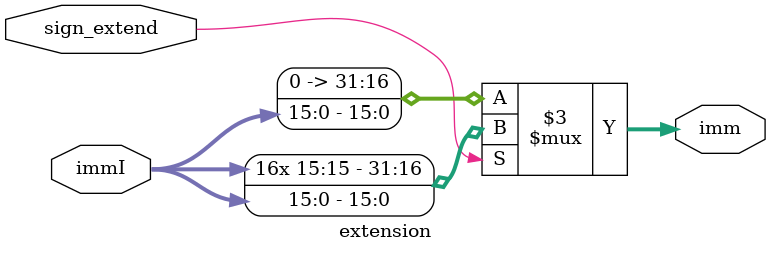
<source format=sv>
module extension (
    input logic sign_extend,
    input logic [15:0] immI,
    output logic [31:0] imm
);
    always_comb begin
        if(sign_extend)
            imm = {{16{immI[15]}}, immI};
        else
            imm = {16'b0, immI};
    end
endmodule
</source>
